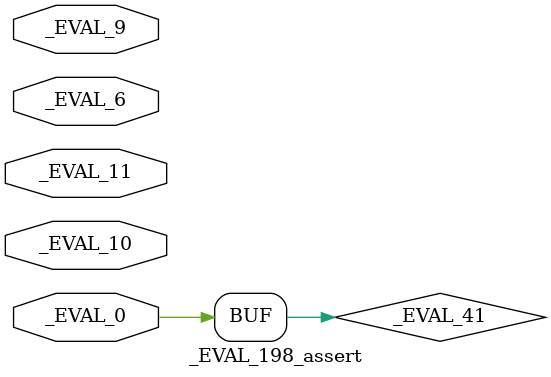
<source format=sv>
module _EVAL_198_assert(
  input   _EVAL_0,
  input   _EVAL_6,
  input   _EVAL_9,
  input   _EVAL_10,
  input   _EVAL_11
);
  wire  _EVAL_26;
  wire  _EVAL_37;
  wire  _EVAL_38;
  wire  _EVAL_41;
  wire  _EVAL_42;
  wire  _EVAL_52;
  wire  _EVAL_68;
  wire  _EVAL_72;
  wire  _EVAL_96;
  wire  _EVAL_119;
  wire  _EVAL_183;
  wire  _EVAL_188;
  assign _EVAL_119 = ~_EVAL_41;
  assign _EVAL_42 = ~_EVAL_68;
  assign _EVAL_68 = _EVAL_10 & _EVAL_6;
  assign _EVAL_52 = _EVAL_9 & _EVAL_6;
  assign _EVAL_26 = ~_EVAL_37;
  assign _EVAL_41 = _EVAL_0;
  assign _EVAL_37 = _EVAL_188 | _EVAL_41;
  assign _EVAL_38 = ~_EVAL_52;
  assign _EVAL_188 = _EVAL_96 & _EVAL_42;
  assign _EVAL_96 = _EVAL_183 & _EVAL_38;
  assign _EVAL_72 = _EVAL_9 & _EVAL_10;
  assign _EVAL_183 = ~_EVAL_72;
  always @(posedge _EVAL_11) begin
    `ifndef SYNTHESIS
    `ifdef STOP_COND
      if (`STOP_COND) begin
    `endif
        if (_EVAL_26) begin
          $fatal;
        end
    `ifdef STOP_COND
      end
    `endif
    `endif // SYNTHESIS
    `ifndef SYNTHESIS
    `ifdef PRINTF_COND
      if (`PRINTF_COND) begin
    `endif
        if (_EVAL_9 & _EVAL_119) begin
          $fwrite(32'h80000002,"Obfuscated Simulation Output(1646262a)\n");
        end
    `ifdef PRINTF_COND
      end
    `endif
    `endif // SYNTHESIS
    `ifndef SYNTHESIS
    `ifdef PRINTF_COND
      if (`PRINTF_COND) begin
    `endif
        if (_EVAL_9 & _EVAL_119) begin
          $fwrite(32'h80000002,"Obfuscated Simulation Output(b78a2954)\n");
        end
    `ifdef PRINTF_COND
      end
    `endif
    `endif // SYNTHESIS
    `ifndef SYNTHESIS
    `ifdef PRINTF_COND
      if (`PRINTF_COND) begin
    `endif
        if (_EVAL_26) begin
          $fwrite(32'h80000002,"Obfuscated Simulation Output(66ca24a7)\n");
        end
    `ifdef PRINTF_COND
      end
    `endif
    `endif // SYNTHESIS
  end

endmodule

</source>
